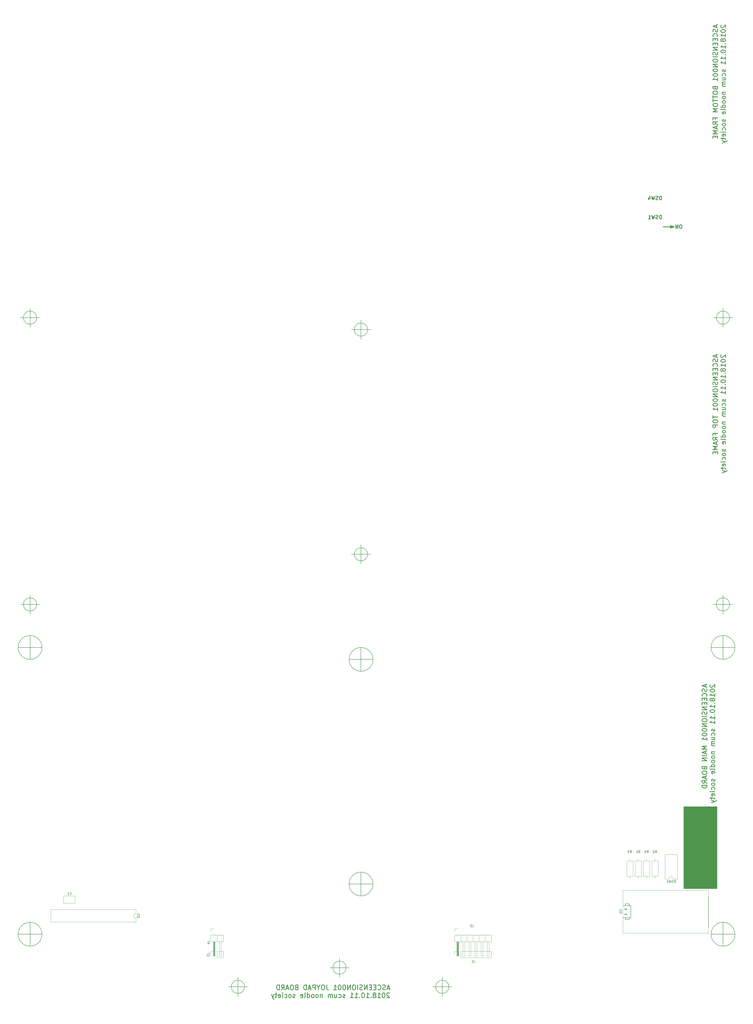
<source format=gbo>
G04 #@! TF.GenerationSoftware,KiCad,Pcbnew,(5.0.0-3-g5ebb6b6)*
G04 #@! TF.CreationDate,2018-10-11T23:35:50+09:00*
G04 #@! TF.ProjectId,asceension,61736365656E73696F6E2E6B69636164,1*
G04 #@! TF.SameCoordinates,PXfde07cc8PYa7cf40c*
G04 #@! TF.FileFunction,Legend,Bot*
G04 #@! TF.FilePolarity,Positive*
%FSLAX46Y46*%
G04 Gerber Fmt 4.6, Leading zero omitted, Abs format (unit mm)*
G04 Created by KiCad (PCBNEW (5.0.0-3-g5ebb6b6)) date Thursday, October 11, 2018 at 11:35:50 PM*
%MOMM*%
%LPD*%
G01*
G04 APERTURE LIST*
%ADD10C,0.300000*%
%ADD11C,0.150000*%
%ADD12C,0.120000*%
%ADD13C,0.254000*%
G04 APERTURE END LIST*
D10*
X281500000Y332500000D02*
X281500000Y331500000D01*
X281500000Y331500000D02*
X283000000Y332000000D01*
X283000000Y332000000D02*
X281500000Y332500000D01*
X278500000Y332000000D02*
X283000000Y332000000D01*
X285928571Y332821428D02*
X285642857Y332821428D01*
X285500000Y332750000D01*
X285357142Y332607142D01*
X285285714Y332321428D01*
X285285714Y331821428D01*
X285357142Y331535714D01*
X285500000Y331392857D01*
X285642857Y331321428D01*
X285928571Y331321428D01*
X286071428Y331392857D01*
X286214285Y331535714D01*
X286285714Y331821428D01*
X286285714Y332321428D01*
X286214285Y332607142D01*
X286071428Y332750000D01*
X285928571Y332821428D01*
X284642857Y331321428D02*
X284642857Y332821428D01*
X283785714Y331321428D01*
X283785714Y332821428D01*
X277678571Y343321428D02*
X277678571Y344821428D01*
X277321428Y344821428D01*
X277107142Y344750000D01*
X276964285Y344607142D01*
X276892857Y344464285D01*
X276821428Y344178571D01*
X276821428Y343964285D01*
X276892857Y343678571D01*
X276964285Y343535714D01*
X277107142Y343392857D01*
X277321428Y343321428D01*
X277678571Y343321428D01*
X276250000Y343392857D02*
X276035714Y343321428D01*
X275678571Y343321428D01*
X275535714Y343392857D01*
X275464285Y343464285D01*
X275392857Y343607142D01*
X275392857Y343750000D01*
X275464285Y343892857D01*
X275535714Y343964285D01*
X275678571Y344035714D01*
X275964285Y344107142D01*
X276107142Y344178571D01*
X276178571Y344250000D01*
X276250000Y344392857D01*
X276250000Y344535714D01*
X276178571Y344678571D01*
X276107142Y344750000D01*
X275964285Y344821428D01*
X275607142Y344821428D01*
X275392857Y344750000D01*
X274892857Y344821428D02*
X274535714Y343321428D01*
X274250000Y344392857D01*
X273964285Y343321428D01*
X273607142Y344821428D01*
X272392857Y344321428D02*
X272392857Y343321428D01*
X272750000Y344892857D02*
X273107142Y343821428D01*
X272178571Y343821428D01*
X277678571Y335321428D02*
X277678571Y336821428D01*
X277321428Y336821428D01*
X277107142Y336750000D01*
X276964285Y336607142D01*
X276892857Y336464285D01*
X276821428Y336178571D01*
X276821428Y335964285D01*
X276892857Y335678571D01*
X276964285Y335535714D01*
X277107142Y335392857D01*
X277321428Y335321428D01*
X277678571Y335321428D01*
X276250000Y335392857D02*
X276035714Y335321428D01*
X275678571Y335321428D01*
X275535714Y335392857D01*
X275464285Y335464285D01*
X275392857Y335607142D01*
X275392857Y335750000D01*
X275464285Y335892857D01*
X275535714Y335964285D01*
X275678571Y336035714D01*
X275964285Y336107142D01*
X276107142Y336178571D01*
X276178571Y336250000D01*
X276250000Y336392857D01*
X276250000Y336535714D01*
X276178571Y336678571D01*
X276107142Y336750000D01*
X275964285Y336821428D01*
X275607142Y336821428D01*
X275392857Y336750000D01*
X274892857Y336821428D02*
X274535714Y335321428D01*
X274250000Y336392857D01*
X273964285Y335321428D01*
X273607142Y336821428D01*
X272250000Y335321428D02*
X273107142Y335321428D01*
X272678571Y335321428D02*
X272678571Y336821428D01*
X272821428Y336607142D01*
X272964285Y336464285D01*
X273107142Y336392857D01*
X300683333Y278424047D02*
X300683333Y277471666D01*
X301254761Y278614523D02*
X299254761Y277947857D01*
X301254761Y277281190D01*
X301159523Y276709761D02*
X301254761Y276424047D01*
X301254761Y275947857D01*
X301159523Y275757380D01*
X301064285Y275662142D01*
X300873809Y275566904D01*
X300683333Y275566904D01*
X300492857Y275662142D01*
X300397619Y275757380D01*
X300302380Y275947857D01*
X300207142Y276328809D01*
X300111904Y276519285D01*
X300016666Y276614523D01*
X299826190Y276709761D01*
X299635714Y276709761D01*
X299445238Y276614523D01*
X299350000Y276519285D01*
X299254761Y276328809D01*
X299254761Y275852619D01*
X299350000Y275566904D01*
X301064285Y273566904D02*
X301159523Y273662142D01*
X301254761Y273947857D01*
X301254761Y274138333D01*
X301159523Y274424047D01*
X300969047Y274614523D01*
X300778571Y274709761D01*
X300397619Y274805000D01*
X300111904Y274805000D01*
X299730952Y274709761D01*
X299540476Y274614523D01*
X299350000Y274424047D01*
X299254761Y274138333D01*
X299254761Y273947857D01*
X299350000Y273662142D01*
X299445238Y273566904D01*
X300207142Y272709761D02*
X300207142Y272043095D01*
X301254761Y271757380D02*
X301254761Y272709761D01*
X299254761Y272709761D01*
X299254761Y271757380D01*
X300207142Y270900238D02*
X300207142Y270233571D01*
X301254761Y269947857D02*
X301254761Y270900238D01*
X299254761Y270900238D01*
X299254761Y269947857D01*
X301254761Y269090714D02*
X299254761Y269090714D01*
X301254761Y267947857D01*
X299254761Y267947857D01*
X301159523Y267090714D02*
X301254761Y266805000D01*
X301254761Y266328809D01*
X301159523Y266138333D01*
X301064285Y266043095D01*
X300873809Y265947857D01*
X300683333Y265947857D01*
X300492857Y266043095D01*
X300397619Y266138333D01*
X300302380Y266328809D01*
X300207142Y266709761D01*
X300111904Y266900238D01*
X300016666Y266995476D01*
X299826190Y267090714D01*
X299635714Y267090714D01*
X299445238Y266995476D01*
X299350000Y266900238D01*
X299254761Y266709761D01*
X299254761Y266233571D01*
X299350000Y265947857D01*
X301254761Y265090714D02*
X299254761Y265090714D01*
X299254761Y263757380D02*
X299254761Y263376428D01*
X299350000Y263185952D01*
X299540476Y262995476D01*
X299921428Y262900238D01*
X300588095Y262900238D01*
X300969047Y262995476D01*
X301159523Y263185952D01*
X301254761Y263376428D01*
X301254761Y263757380D01*
X301159523Y263947857D01*
X300969047Y264138333D01*
X300588095Y264233571D01*
X299921428Y264233571D01*
X299540476Y264138333D01*
X299350000Y263947857D01*
X299254761Y263757380D01*
X301254761Y262043095D02*
X299254761Y262043095D01*
X301254761Y260900238D01*
X299254761Y260900238D01*
X299254761Y259566904D02*
X299254761Y259376428D01*
X299350000Y259185952D01*
X299445238Y259090714D01*
X299635714Y258995476D01*
X300016666Y258900238D01*
X300492857Y258900238D01*
X300873809Y258995476D01*
X301064285Y259090714D01*
X301159523Y259185952D01*
X301254761Y259376428D01*
X301254761Y259566904D01*
X301159523Y259757380D01*
X301064285Y259852619D01*
X300873809Y259947857D01*
X300492857Y260043095D01*
X300016666Y260043095D01*
X299635714Y259947857D01*
X299445238Y259852619D01*
X299350000Y259757380D01*
X299254761Y259566904D01*
X299254761Y257662142D02*
X299254761Y257471666D01*
X299350000Y257281190D01*
X299445238Y257185952D01*
X299635714Y257090714D01*
X300016666Y256995476D01*
X300492857Y256995476D01*
X300873809Y257090714D01*
X301064285Y257185952D01*
X301159523Y257281190D01*
X301254761Y257471666D01*
X301254761Y257662142D01*
X301159523Y257852619D01*
X301064285Y257947857D01*
X300873809Y258043095D01*
X300492857Y258138333D01*
X300016666Y258138333D01*
X299635714Y258043095D01*
X299445238Y257947857D01*
X299350000Y257852619D01*
X299254761Y257662142D01*
X301254761Y255090714D02*
X301254761Y256233571D01*
X301254761Y255662142D02*
X299254761Y255662142D01*
X299540476Y255852619D01*
X299730952Y256043095D01*
X299826190Y256233571D01*
X299254761Y252995476D02*
X299254761Y251852619D01*
X301254761Y252424047D02*
X299254761Y252424047D01*
X299254761Y250805000D02*
X299254761Y250424047D01*
X299350000Y250233571D01*
X299540476Y250043095D01*
X299921428Y249947857D01*
X300588095Y249947857D01*
X300969047Y250043095D01*
X301159523Y250233571D01*
X301254761Y250424047D01*
X301254761Y250805000D01*
X301159523Y250995476D01*
X300969047Y251185952D01*
X300588095Y251281190D01*
X299921428Y251281190D01*
X299540476Y251185952D01*
X299350000Y250995476D01*
X299254761Y250805000D01*
X301254761Y249090714D02*
X299254761Y249090714D01*
X299254761Y248328809D01*
X299350000Y248138333D01*
X299445238Y248043095D01*
X299635714Y247947857D01*
X299921428Y247947857D01*
X300111904Y248043095D01*
X300207142Y248138333D01*
X300302380Y248328809D01*
X300302380Y249090714D01*
X300207142Y244900238D02*
X300207142Y245566904D01*
X301254761Y245566904D02*
X299254761Y245566904D01*
X299254761Y244614523D01*
X301254761Y242709761D02*
X300302380Y243376428D01*
X301254761Y243852619D02*
X299254761Y243852619D01*
X299254761Y243090714D01*
X299350000Y242900238D01*
X299445238Y242805000D01*
X299635714Y242709761D01*
X299921428Y242709761D01*
X300111904Y242805000D01*
X300207142Y242900238D01*
X300302380Y243090714D01*
X300302380Y243852619D01*
X300683333Y241947857D02*
X300683333Y240995476D01*
X301254761Y242138333D02*
X299254761Y241471666D01*
X301254761Y240805000D01*
X301254761Y240138333D02*
X299254761Y240138333D01*
X300683333Y239471666D01*
X299254761Y238805000D01*
X301254761Y238805000D01*
X300207142Y237852619D02*
X300207142Y237185952D01*
X301254761Y236900238D02*
X301254761Y237852619D01*
X299254761Y237852619D01*
X299254761Y236900238D01*
X302745238Y278424047D02*
X302650000Y278328809D01*
X302554761Y278138333D01*
X302554761Y277662142D01*
X302650000Y277471666D01*
X302745238Y277376428D01*
X302935714Y277281190D01*
X303126190Y277281190D01*
X303411904Y277376428D01*
X304554761Y278519285D01*
X304554761Y277281190D01*
X302554761Y276043095D02*
X302554761Y275852619D01*
X302650000Y275662142D01*
X302745238Y275566904D01*
X302935714Y275471666D01*
X303316666Y275376428D01*
X303792857Y275376428D01*
X304173809Y275471666D01*
X304364285Y275566904D01*
X304459523Y275662142D01*
X304554761Y275852619D01*
X304554761Y276043095D01*
X304459523Y276233571D01*
X304364285Y276328809D01*
X304173809Y276424047D01*
X303792857Y276519285D01*
X303316666Y276519285D01*
X302935714Y276424047D01*
X302745238Y276328809D01*
X302650000Y276233571D01*
X302554761Y276043095D01*
X304554761Y273471666D02*
X304554761Y274614523D01*
X304554761Y274043095D02*
X302554761Y274043095D01*
X302840476Y274233571D01*
X303030952Y274424047D01*
X303126190Y274614523D01*
X303411904Y272328809D02*
X303316666Y272519285D01*
X303221428Y272614523D01*
X303030952Y272709761D01*
X302935714Y272709761D01*
X302745238Y272614523D01*
X302650000Y272519285D01*
X302554761Y272328809D01*
X302554761Y271947857D01*
X302650000Y271757380D01*
X302745238Y271662142D01*
X302935714Y271566904D01*
X303030952Y271566904D01*
X303221428Y271662142D01*
X303316666Y271757380D01*
X303411904Y271947857D01*
X303411904Y272328809D01*
X303507142Y272519285D01*
X303602380Y272614523D01*
X303792857Y272709761D01*
X304173809Y272709761D01*
X304364285Y272614523D01*
X304459523Y272519285D01*
X304554761Y272328809D01*
X304554761Y271947857D01*
X304459523Y271757380D01*
X304364285Y271662142D01*
X304173809Y271566904D01*
X303792857Y271566904D01*
X303602380Y271662142D01*
X303507142Y271757380D01*
X303411904Y271947857D01*
X304364285Y270709761D02*
X304459523Y270614523D01*
X304554761Y270709761D01*
X304459523Y270805000D01*
X304364285Y270709761D01*
X304554761Y270709761D01*
X304554761Y268709761D02*
X304554761Y269852619D01*
X304554761Y269281190D02*
X302554761Y269281190D01*
X302840476Y269471666D01*
X303030952Y269662142D01*
X303126190Y269852619D01*
X302554761Y267471666D02*
X302554761Y267281190D01*
X302650000Y267090714D01*
X302745238Y266995476D01*
X302935714Y266900238D01*
X303316666Y266805000D01*
X303792857Y266805000D01*
X304173809Y266900238D01*
X304364285Y266995476D01*
X304459523Y267090714D01*
X304554761Y267281190D01*
X304554761Y267471666D01*
X304459523Y267662142D01*
X304364285Y267757380D01*
X304173809Y267852619D01*
X303792857Y267947857D01*
X303316666Y267947857D01*
X302935714Y267852619D01*
X302745238Y267757380D01*
X302650000Y267662142D01*
X302554761Y267471666D01*
X304364285Y265947857D02*
X304459523Y265852619D01*
X304554761Y265947857D01*
X304459523Y266043095D01*
X304364285Y265947857D01*
X304554761Y265947857D01*
X304554761Y263947857D02*
X304554761Y265090714D01*
X304554761Y264519285D02*
X302554761Y264519285D01*
X302840476Y264709761D01*
X303030952Y264900238D01*
X303126190Y265090714D01*
X304554761Y262043095D02*
X304554761Y263185952D01*
X304554761Y262614523D02*
X302554761Y262614523D01*
X302840476Y262805000D01*
X303030952Y262995476D01*
X303126190Y263185952D01*
X304459523Y259757380D02*
X304554761Y259566904D01*
X304554761Y259185952D01*
X304459523Y258995476D01*
X304269047Y258900238D01*
X304173809Y258900238D01*
X303983333Y258995476D01*
X303888095Y259185952D01*
X303888095Y259471666D01*
X303792857Y259662142D01*
X303602380Y259757380D01*
X303507142Y259757380D01*
X303316666Y259662142D01*
X303221428Y259471666D01*
X303221428Y259185952D01*
X303316666Y258995476D01*
X304459523Y257185952D02*
X304554761Y257376428D01*
X304554761Y257757380D01*
X304459523Y257947857D01*
X304364285Y258043095D01*
X304173809Y258138333D01*
X303602380Y258138333D01*
X303411904Y258043095D01*
X303316666Y257947857D01*
X303221428Y257757380D01*
X303221428Y257376428D01*
X303316666Y257185952D01*
X303221428Y255471666D02*
X304554761Y255471666D01*
X303221428Y256328809D02*
X304269047Y256328809D01*
X304459523Y256233571D01*
X304554761Y256043095D01*
X304554761Y255757380D01*
X304459523Y255566904D01*
X304364285Y255471666D01*
X304554761Y254519285D02*
X303221428Y254519285D01*
X303411904Y254519285D02*
X303316666Y254424047D01*
X303221428Y254233571D01*
X303221428Y253947857D01*
X303316666Y253757380D01*
X303507142Y253662142D01*
X304554761Y253662142D01*
X303507142Y253662142D02*
X303316666Y253566904D01*
X303221428Y253376428D01*
X303221428Y253090714D01*
X303316666Y252900238D01*
X303507142Y252805000D01*
X304554761Y252805000D01*
X303221428Y250328809D02*
X304554761Y250328809D01*
X303411904Y250328809D02*
X303316666Y250233571D01*
X303221428Y250043095D01*
X303221428Y249757380D01*
X303316666Y249566904D01*
X303507142Y249471666D01*
X304554761Y249471666D01*
X304554761Y248233571D02*
X304459523Y248424047D01*
X304364285Y248519285D01*
X304173809Y248614523D01*
X303602380Y248614523D01*
X303411904Y248519285D01*
X303316666Y248424047D01*
X303221428Y248233571D01*
X303221428Y247947857D01*
X303316666Y247757380D01*
X303411904Y247662142D01*
X303602380Y247566904D01*
X304173809Y247566904D01*
X304364285Y247662142D01*
X304459523Y247757380D01*
X304554761Y247947857D01*
X304554761Y248233571D01*
X304554761Y246424047D02*
X304459523Y246614523D01*
X304364285Y246709761D01*
X304173809Y246805000D01*
X303602380Y246805000D01*
X303411904Y246709761D01*
X303316666Y246614523D01*
X303221428Y246424047D01*
X303221428Y246138333D01*
X303316666Y245947857D01*
X303411904Y245852619D01*
X303602380Y245757380D01*
X304173809Y245757380D01*
X304364285Y245852619D01*
X304459523Y245947857D01*
X304554761Y246138333D01*
X304554761Y246424047D01*
X304554761Y244043095D02*
X302554761Y244043095D01*
X304459523Y244043095D02*
X304554761Y244233571D01*
X304554761Y244614523D01*
X304459523Y244805000D01*
X304364285Y244900238D01*
X304173809Y244995476D01*
X303602380Y244995476D01*
X303411904Y244900238D01*
X303316666Y244805000D01*
X303221428Y244614523D01*
X303221428Y244233571D01*
X303316666Y244043095D01*
X304554761Y242805000D02*
X304459523Y242995476D01*
X304269047Y243090714D01*
X302554761Y243090714D01*
X304459523Y241281190D02*
X304554761Y241471666D01*
X304554761Y241852619D01*
X304459523Y242043095D01*
X304269047Y242138333D01*
X303507142Y242138333D01*
X303316666Y242043095D01*
X303221428Y241852619D01*
X303221428Y241471666D01*
X303316666Y241281190D01*
X303507142Y241185952D01*
X303697619Y241185952D01*
X303888095Y242138333D01*
X304459523Y238900238D02*
X304554761Y238709761D01*
X304554761Y238328809D01*
X304459523Y238138333D01*
X304269047Y238043095D01*
X304173809Y238043095D01*
X303983333Y238138333D01*
X303888095Y238328809D01*
X303888095Y238614523D01*
X303792857Y238805000D01*
X303602380Y238900238D01*
X303507142Y238900238D01*
X303316666Y238805000D01*
X303221428Y238614523D01*
X303221428Y238328809D01*
X303316666Y238138333D01*
X304554761Y236900238D02*
X304459523Y237090714D01*
X304364285Y237185952D01*
X304173809Y237281190D01*
X303602380Y237281190D01*
X303411904Y237185952D01*
X303316666Y237090714D01*
X303221428Y236900238D01*
X303221428Y236614523D01*
X303316666Y236424047D01*
X303411904Y236328809D01*
X303602380Y236233571D01*
X304173809Y236233571D01*
X304364285Y236328809D01*
X304459523Y236424047D01*
X304554761Y236614523D01*
X304554761Y236900238D01*
X304459523Y234519285D02*
X304554761Y234709761D01*
X304554761Y235090714D01*
X304459523Y235281190D01*
X304364285Y235376428D01*
X304173809Y235471666D01*
X303602380Y235471666D01*
X303411904Y235376428D01*
X303316666Y235281190D01*
X303221428Y235090714D01*
X303221428Y234709761D01*
X303316666Y234519285D01*
X304554761Y233662142D02*
X303221428Y233662142D01*
X302554761Y233662142D02*
X302650000Y233757380D01*
X302745238Y233662142D01*
X302650000Y233566904D01*
X302554761Y233662142D01*
X302745238Y233662142D01*
X304459523Y231947857D02*
X304554761Y232138333D01*
X304554761Y232519285D01*
X304459523Y232709761D01*
X304269047Y232805000D01*
X303507142Y232805000D01*
X303316666Y232709761D01*
X303221428Y232519285D01*
X303221428Y232138333D01*
X303316666Y231947857D01*
X303507142Y231852619D01*
X303697619Y231852619D01*
X303888095Y232805000D01*
X303221428Y231281190D02*
X303221428Y230519285D01*
X302554761Y230995476D02*
X304269047Y230995476D01*
X304459523Y230900238D01*
X304554761Y230709761D01*
X304554761Y230519285D01*
X303221428Y230043095D02*
X304554761Y229566904D01*
X303221428Y229090714D02*
X304554761Y229566904D01*
X305030952Y229757380D01*
X305126190Y229852619D01*
X305221428Y230043095D01*
X163924047Y13316667D02*
X162971666Y13316667D01*
X164114523Y12745239D02*
X163447857Y14745239D01*
X162781190Y12745239D01*
X162209761Y12840477D02*
X161924047Y12745239D01*
X161447857Y12745239D01*
X161257380Y12840477D01*
X161162142Y12935715D01*
X161066904Y13126191D01*
X161066904Y13316667D01*
X161162142Y13507143D01*
X161257380Y13602381D01*
X161447857Y13697620D01*
X161828809Y13792858D01*
X162019285Y13888096D01*
X162114523Y13983334D01*
X162209761Y14173810D01*
X162209761Y14364286D01*
X162114523Y14554762D01*
X162019285Y14650000D01*
X161828809Y14745239D01*
X161352619Y14745239D01*
X161066904Y14650000D01*
X159066904Y12935715D02*
X159162142Y12840477D01*
X159447857Y12745239D01*
X159638333Y12745239D01*
X159924047Y12840477D01*
X160114523Y13030953D01*
X160209761Y13221429D01*
X160305000Y13602381D01*
X160305000Y13888096D01*
X160209761Y14269048D01*
X160114523Y14459524D01*
X159924047Y14650000D01*
X159638333Y14745239D01*
X159447857Y14745239D01*
X159162142Y14650000D01*
X159066904Y14554762D01*
X158209761Y13792858D02*
X157543095Y13792858D01*
X157257380Y12745239D02*
X158209761Y12745239D01*
X158209761Y14745239D01*
X157257380Y14745239D01*
X156400238Y13792858D02*
X155733571Y13792858D01*
X155447857Y12745239D02*
X156400238Y12745239D01*
X156400238Y14745239D01*
X155447857Y14745239D01*
X154590714Y12745239D02*
X154590714Y14745239D01*
X153447857Y12745239D01*
X153447857Y14745239D01*
X152590714Y12840477D02*
X152305000Y12745239D01*
X151828809Y12745239D01*
X151638333Y12840477D01*
X151543095Y12935715D01*
X151447857Y13126191D01*
X151447857Y13316667D01*
X151543095Y13507143D01*
X151638333Y13602381D01*
X151828809Y13697620D01*
X152209761Y13792858D01*
X152400238Y13888096D01*
X152495476Y13983334D01*
X152590714Y14173810D01*
X152590714Y14364286D01*
X152495476Y14554762D01*
X152400238Y14650000D01*
X152209761Y14745239D01*
X151733571Y14745239D01*
X151447857Y14650000D01*
X150590714Y12745239D02*
X150590714Y14745239D01*
X149257380Y14745239D02*
X148876428Y14745239D01*
X148685952Y14650000D01*
X148495476Y14459524D01*
X148400238Y14078572D01*
X148400238Y13411905D01*
X148495476Y13030953D01*
X148685952Y12840477D01*
X148876428Y12745239D01*
X149257380Y12745239D01*
X149447857Y12840477D01*
X149638333Y13030953D01*
X149733571Y13411905D01*
X149733571Y14078572D01*
X149638333Y14459524D01*
X149447857Y14650000D01*
X149257380Y14745239D01*
X147543095Y12745239D02*
X147543095Y14745239D01*
X146400238Y12745239D01*
X146400238Y14745239D01*
X145066904Y14745239D02*
X144876428Y14745239D01*
X144685952Y14650000D01*
X144590714Y14554762D01*
X144495476Y14364286D01*
X144400238Y13983334D01*
X144400238Y13507143D01*
X144495476Y13126191D01*
X144590714Y12935715D01*
X144685952Y12840477D01*
X144876428Y12745239D01*
X145066904Y12745239D01*
X145257380Y12840477D01*
X145352619Y12935715D01*
X145447857Y13126191D01*
X145543095Y13507143D01*
X145543095Y13983334D01*
X145447857Y14364286D01*
X145352619Y14554762D01*
X145257380Y14650000D01*
X145066904Y14745239D01*
X143162142Y14745239D02*
X142971666Y14745239D01*
X142781190Y14650000D01*
X142685952Y14554762D01*
X142590714Y14364286D01*
X142495476Y13983334D01*
X142495476Y13507143D01*
X142590714Y13126191D01*
X142685952Y12935715D01*
X142781190Y12840477D01*
X142971666Y12745239D01*
X143162142Y12745239D01*
X143352619Y12840477D01*
X143447857Y12935715D01*
X143543095Y13126191D01*
X143638333Y13507143D01*
X143638333Y13983334D01*
X143543095Y14364286D01*
X143447857Y14554762D01*
X143352619Y14650000D01*
X143162142Y14745239D01*
X140590714Y12745239D02*
X141733571Y12745239D01*
X141162142Y12745239D02*
X141162142Y14745239D01*
X141352619Y14459524D01*
X141543095Y14269048D01*
X141733571Y14173810D01*
X137638333Y14745239D02*
X137638333Y13316667D01*
X137733571Y13030953D01*
X137924047Y12840477D01*
X138209761Y12745239D01*
X138400238Y12745239D01*
X136305000Y14745239D02*
X135924047Y14745239D01*
X135733571Y14650000D01*
X135543095Y14459524D01*
X135447857Y14078572D01*
X135447857Y13411905D01*
X135543095Y13030953D01*
X135733571Y12840477D01*
X135924047Y12745239D01*
X136305000Y12745239D01*
X136495476Y12840477D01*
X136685952Y13030953D01*
X136781190Y13411905D01*
X136781190Y14078572D01*
X136685952Y14459524D01*
X136495476Y14650000D01*
X136305000Y14745239D01*
X134209761Y13697620D02*
X134209761Y12745239D01*
X134876428Y14745239D02*
X134209761Y13697620D01*
X133543095Y14745239D01*
X132876428Y12745239D02*
X132876428Y14745239D01*
X132114523Y14745239D01*
X131924047Y14650000D01*
X131828809Y14554762D01*
X131733571Y14364286D01*
X131733571Y14078572D01*
X131828809Y13888096D01*
X131924047Y13792858D01*
X132114523Y13697620D01*
X132876428Y13697620D01*
X130971666Y13316667D02*
X130019285Y13316667D01*
X131162142Y12745239D02*
X130495476Y14745239D01*
X129828809Y12745239D01*
X129162142Y12745239D02*
X129162142Y14745239D01*
X128685952Y14745239D01*
X128400238Y14650000D01*
X128209761Y14459524D01*
X128114523Y14269048D01*
X128019285Y13888096D01*
X128019285Y13602381D01*
X128114523Y13221429D01*
X128209761Y13030953D01*
X128400238Y12840477D01*
X128685952Y12745239D01*
X129162142Y12745239D01*
X124971666Y13792858D02*
X124685952Y13697620D01*
X124590714Y13602381D01*
X124495476Y13411905D01*
X124495476Y13126191D01*
X124590714Y12935715D01*
X124685952Y12840477D01*
X124876428Y12745239D01*
X125638333Y12745239D01*
X125638333Y14745239D01*
X124971666Y14745239D01*
X124781190Y14650000D01*
X124685952Y14554762D01*
X124590714Y14364286D01*
X124590714Y14173810D01*
X124685952Y13983334D01*
X124781190Y13888096D01*
X124971666Y13792858D01*
X125638333Y13792858D01*
X123257380Y14745239D02*
X122876428Y14745239D01*
X122685952Y14650000D01*
X122495476Y14459524D01*
X122400238Y14078572D01*
X122400238Y13411905D01*
X122495476Y13030953D01*
X122685952Y12840477D01*
X122876428Y12745239D01*
X123257380Y12745239D01*
X123447857Y12840477D01*
X123638333Y13030953D01*
X123733571Y13411905D01*
X123733571Y14078572D01*
X123638333Y14459524D01*
X123447857Y14650000D01*
X123257380Y14745239D01*
X121638333Y13316667D02*
X120685952Y13316667D01*
X121828809Y12745239D02*
X121162142Y14745239D01*
X120495476Y12745239D01*
X118685952Y12745239D02*
X119352619Y13697620D01*
X119828809Y12745239D02*
X119828809Y14745239D01*
X119066904Y14745239D01*
X118876428Y14650000D01*
X118781190Y14554762D01*
X118685952Y14364286D01*
X118685952Y14078572D01*
X118781190Y13888096D01*
X118876428Y13792858D01*
X119066904Y13697620D01*
X119828809Y13697620D01*
X117828809Y12745239D02*
X117828809Y14745239D01*
X117352619Y14745239D01*
X117066904Y14650000D01*
X116876428Y14459524D01*
X116781190Y14269048D01*
X116685952Y13888096D01*
X116685952Y13602381D01*
X116781190Y13221429D01*
X116876428Y13030953D01*
X117066904Y12840477D01*
X117352619Y12745239D01*
X117828809Y12745239D01*
X163924047Y11254762D02*
X163828809Y11350000D01*
X163638333Y11445239D01*
X163162142Y11445239D01*
X162971666Y11350000D01*
X162876428Y11254762D01*
X162781190Y11064286D01*
X162781190Y10873810D01*
X162876428Y10588096D01*
X164019285Y9445239D01*
X162781190Y9445239D01*
X161543095Y11445239D02*
X161352619Y11445239D01*
X161162142Y11350000D01*
X161066904Y11254762D01*
X160971666Y11064286D01*
X160876428Y10683334D01*
X160876428Y10207143D01*
X160971666Y9826191D01*
X161066904Y9635715D01*
X161162142Y9540477D01*
X161352619Y9445239D01*
X161543095Y9445239D01*
X161733571Y9540477D01*
X161828809Y9635715D01*
X161924047Y9826191D01*
X162019285Y10207143D01*
X162019285Y10683334D01*
X161924047Y11064286D01*
X161828809Y11254762D01*
X161733571Y11350000D01*
X161543095Y11445239D01*
X158971666Y9445239D02*
X160114523Y9445239D01*
X159543095Y9445239D02*
X159543095Y11445239D01*
X159733571Y11159524D01*
X159924047Y10969048D01*
X160114523Y10873810D01*
X157828809Y10588096D02*
X158019285Y10683334D01*
X158114523Y10778572D01*
X158209761Y10969048D01*
X158209761Y11064286D01*
X158114523Y11254762D01*
X158019285Y11350000D01*
X157828809Y11445239D01*
X157447857Y11445239D01*
X157257380Y11350000D01*
X157162142Y11254762D01*
X157066904Y11064286D01*
X157066904Y10969048D01*
X157162142Y10778572D01*
X157257380Y10683334D01*
X157447857Y10588096D01*
X157828809Y10588096D01*
X158019285Y10492858D01*
X158114523Y10397620D01*
X158209761Y10207143D01*
X158209761Y9826191D01*
X158114523Y9635715D01*
X158019285Y9540477D01*
X157828809Y9445239D01*
X157447857Y9445239D01*
X157257380Y9540477D01*
X157162142Y9635715D01*
X157066904Y9826191D01*
X157066904Y10207143D01*
X157162142Y10397620D01*
X157257380Y10492858D01*
X157447857Y10588096D01*
X156209761Y9635715D02*
X156114523Y9540477D01*
X156209761Y9445239D01*
X156305000Y9540477D01*
X156209761Y9635715D01*
X156209761Y9445239D01*
X154209761Y9445239D02*
X155352619Y9445239D01*
X154781190Y9445239D02*
X154781190Y11445239D01*
X154971666Y11159524D01*
X155162142Y10969048D01*
X155352619Y10873810D01*
X152971666Y11445239D02*
X152781190Y11445239D01*
X152590714Y11350000D01*
X152495476Y11254762D01*
X152400238Y11064286D01*
X152305000Y10683334D01*
X152305000Y10207143D01*
X152400238Y9826191D01*
X152495476Y9635715D01*
X152590714Y9540477D01*
X152781190Y9445239D01*
X152971666Y9445239D01*
X153162142Y9540477D01*
X153257380Y9635715D01*
X153352619Y9826191D01*
X153447857Y10207143D01*
X153447857Y10683334D01*
X153352619Y11064286D01*
X153257380Y11254762D01*
X153162142Y11350000D01*
X152971666Y11445239D01*
X151447857Y9635715D02*
X151352619Y9540477D01*
X151447857Y9445239D01*
X151543095Y9540477D01*
X151447857Y9635715D01*
X151447857Y9445239D01*
X149447857Y9445239D02*
X150590714Y9445239D01*
X150019285Y9445239D02*
X150019285Y11445239D01*
X150209761Y11159524D01*
X150400238Y10969048D01*
X150590714Y10873810D01*
X147543095Y9445239D02*
X148685952Y9445239D01*
X148114523Y9445239D02*
X148114523Y11445239D01*
X148305000Y11159524D01*
X148495476Y10969048D01*
X148685952Y10873810D01*
X145257380Y9540477D02*
X145066904Y9445239D01*
X144685952Y9445239D01*
X144495476Y9540477D01*
X144400238Y9730953D01*
X144400238Y9826191D01*
X144495476Y10016667D01*
X144685952Y10111905D01*
X144971666Y10111905D01*
X145162142Y10207143D01*
X145257380Y10397620D01*
X145257380Y10492858D01*
X145162142Y10683334D01*
X144971666Y10778572D01*
X144685952Y10778572D01*
X144495476Y10683334D01*
X142685952Y9540477D02*
X142876428Y9445239D01*
X143257380Y9445239D01*
X143447857Y9540477D01*
X143543095Y9635715D01*
X143638333Y9826191D01*
X143638333Y10397620D01*
X143543095Y10588096D01*
X143447857Y10683334D01*
X143257380Y10778572D01*
X142876428Y10778572D01*
X142685952Y10683334D01*
X140971666Y10778572D02*
X140971666Y9445239D01*
X141828809Y10778572D02*
X141828809Y9730953D01*
X141733571Y9540477D01*
X141543095Y9445239D01*
X141257380Y9445239D01*
X141066904Y9540477D01*
X140971666Y9635715D01*
X140019285Y9445239D02*
X140019285Y10778572D01*
X140019285Y10588096D02*
X139924047Y10683334D01*
X139733571Y10778572D01*
X139447857Y10778572D01*
X139257380Y10683334D01*
X139162142Y10492858D01*
X139162142Y9445239D01*
X139162142Y10492858D02*
X139066904Y10683334D01*
X138876428Y10778572D01*
X138590714Y10778572D01*
X138400238Y10683334D01*
X138305000Y10492858D01*
X138305000Y9445239D01*
X135828809Y10778572D02*
X135828809Y9445239D01*
X135828809Y10588096D02*
X135733571Y10683334D01*
X135543095Y10778572D01*
X135257380Y10778572D01*
X135066904Y10683334D01*
X134971666Y10492858D01*
X134971666Y9445239D01*
X133733571Y9445239D02*
X133924047Y9540477D01*
X134019285Y9635715D01*
X134114523Y9826191D01*
X134114523Y10397620D01*
X134019285Y10588096D01*
X133924047Y10683334D01*
X133733571Y10778572D01*
X133447857Y10778572D01*
X133257380Y10683334D01*
X133162142Y10588096D01*
X133066904Y10397620D01*
X133066904Y9826191D01*
X133162142Y9635715D01*
X133257380Y9540477D01*
X133447857Y9445239D01*
X133733571Y9445239D01*
X131924047Y9445239D02*
X132114523Y9540477D01*
X132209761Y9635715D01*
X132305000Y9826191D01*
X132305000Y10397620D01*
X132209761Y10588096D01*
X132114523Y10683334D01*
X131924047Y10778572D01*
X131638333Y10778572D01*
X131447857Y10683334D01*
X131352619Y10588096D01*
X131257380Y10397620D01*
X131257380Y9826191D01*
X131352619Y9635715D01*
X131447857Y9540477D01*
X131638333Y9445239D01*
X131924047Y9445239D01*
X129543095Y9445239D02*
X129543095Y11445239D01*
X129543095Y9540477D02*
X129733571Y9445239D01*
X130114523Y9445239D01*
X130305000Y9540477D01*
X130400238Y9635715D01*
X130495476Y9826191D01*
X130495476Y10397620D01*
X130400238Y10588096D01*
X130305000Y10683334D01*
X130114523Y10778572D01*
X129733571Y10778572D01*
X129543095Y10683334D01*
X128305000Y9445239D02*
X128495476Y9540477D01*
X128590714Y9730953D01*
X128590714Y11445239D01*
X126781190Y9540477D02*
X126971666Y9445239D01*
X127352619Y9445239D01*
X127543095Y9540477D01*
X127638333Y9730953D01*
X127638333Y10492858D01*
X127543095Y10683334D01*
X127352619Y10778572D01*
X126971666Y10778572D01*
X126781190Y10683334D01*
X126685952Y10492858D01*
X126685952Y10302381D01*
X127638333Y10111905D01*
X124400238Y9540477D02*
X124209761Y9445239D01*
X123828809Y9445239D01*
X123638333Y9540477D01*
X123543095Y9730953D01*
X123543095Y9826191D01*
X123638333Y10016667D01*
X123828809Y10111905D01*
X124114523Y10111905D01*
X124305000Y10207143D01*
X124400238Y10397620D01*
X124400238Y10492858D01*
X124305000Y10683334D01*
X124114523Y10778572D01*
X123828809Y10778572D01*
X123638333Y10683334D01*
X122400238Y9445239D02*
X122590714Y9540477D01*
X122685952Y9635715D01*
X122781190Y9826191D01*
X122781190Y10397620D01*
X122685952Y10588096D01*
X122590714Y10683334D01*
X122400238Y10778572D01*
X122114523Y10778572D01*
X121924047Y10683334D01*
X121828809Y10588096D01*
X121733571Y10397620D01*
X121733571Y9826191D01*
X121828809Y9635715D01*
X121924047Y9540477D01*
X122114523Y9445239D01*
X122400238Y9445239D01*
X120019285Y9540477D02*
X120209761Y9445239D01*
X120590714Y9445239D01*
X120781190Y9540477D01*
X120876428Y9635715D01*
X120971666Y9826191D01*
X120971666Y10397620D01*
X120876428Y10588096D01*
X120781190Y10683334D01*
X120590714Y10778572D01*
X120209761Y10778572D01*
X120019285Y10683334D01*
X119162142Y9445239D02*
X119162142Y10778572D01*
X119162142Y11445239D02*
X119257380Y11350000D01*
X119162142Y11254762D01*
X119066904Y11350000D01*
X119162142Y11445239D01*
X119162142Y11254762D01*
X117447857Y9540477D02*
X117638333Y9445239D01*
X118019285Y9445239D01*
X118209761Y9540477D01*
X118305000Y9730953D01*
X118305000Y10492858D01*
X118209761Y10683334D01*
X118019285Y10778572D01*
X117638333Y10778572D01*
X117447857Y10683334D01*
X117352619Y10492858D01*
X117352619Y10302381D01*
X118305000Y10111905D01*
X116781190Y10778572D02*
X116019285Y10778572D01*
X116495476Y11445239D02*
X116495476Y9730953D01*
X116400238Y9540477D01*
X116209761Y9445239D01*
X116019285Y9445239D01*
X115543095Y10778572D02*
X115066904Y9445239D01*
X114590714Y10778572D02*
X115066904Y9445239D01*
X115257380Y8969048D01*
X115352619Y8873810D01*
X115543095Y8778572D01*
X300683333Y416424047D02*
X300683333Y415471666D01*
X301254761Y416614523D02*
X299254761Y415947857D01*
X301254761Y415281190D01*
X301159523Y414709761D02*
X301254761Y414424047D01*
X301254761Y413947857D01*
X301159523Y413757380D01*
X301064285Y413662142D01*
X300873809Y413566904D01*
X300683333Y413566904D01*
X300492857Y413662142D01*
X300397619Y413757380D01*
X300302380Y413947857D01*
X300207142Y414328809D01*
X300111904Y414519285D01*
X300016666Y414614523D01*
X299826190Y414709761D01*
X299635714Y414709761D01*
X299445238Y414614523D01*
X299350000Y414519285D01*
X299254761Y414328809D01*
X299254761Y413852619D01*
X299350000Y413566904D01*
X301064285Y411566904D02*
X301159523Y411662142D01*
X301254761Y411947857D01*
X301254761Y412138333D01*
X301159523Y412424047D01*
X300969047Y412614523D01*
X300778571Y412709761D01*
X300397619Y412805000D01*
X300111904Y412805000D01*
X299730952Y412709761D01*
X299540476Y412614523D01*
X299350000Y412424047D01*
X299254761Y412138333D01*
X299254761Y411947857D01*
X299350000Y411662142D01*
X299445238Y411566904D01*
X300207142Y410709761D02*
X300207142Y410043095D01*
X301254761Y409757380D02*
X301254761Y410709761D01*
X299254761Y410709761D01*
X299254761Y409757380D01*
X300207142Y408900238D02*
X300207142Y408233571D01*
X301254761Y407947857D02*
X301254761Y408900238D01*
X299254761Y408900238D01*
X299254761Y407947857D01*
X301254761Y407090714D02*
X299254761Y407090714D01*
X301254761Y405947857D01*
X299254761Y405947857D01*
X301159523Y405090714D02*
X301254761Y404805000D01*
X301254761Y404328809D01*
X301159523Y404138333D01*
X301064285Y404043095D01*
X300873809Y403947857D01*
X300683333Y403947857D01*
X300492857Y404043095D01*
X300397619Y404138333D01*
X300302380Y404328809D01*
X300207142Y404709761D01*
X300111904Y404900238D01*
X300016666Y404995476D01*
X299826190Y405090714D01*
X299635714Y405090714D01*
X299445238Y404995476D01*
X299350000Y404900238D01*
X299254761Y404709761D01*
X299254761Y404233571D01*
X299350000Y403947857D01*
X301254761Y403090714D02*
X299254761Y403090714D01*
X299254761Y401757380D02*
X299254761Y401376428D01*
X299350000Y401185952D01*
X299540476Y400995476D01*
X299921428Y400900238D01*
X300588095Y400900238D01*
X300969047Y400995476D01*
X301159523Y401185952D01*
X301254761Y401376428D01*
X301254761Y401757380D01*
X301159523Y401947857D01*
X300969047Y402138333D01*
X300588095Y402233571D01*
X299921428Y402233571D01*
X299540476Y402138333D01*
X299350000Y401947857D01*
X299254761Y401757380D01*
X301254761Y400043095D02*
X299254761Y400043095D01*
X301254761Y398900238D01*
X299254761Y398900238D01*
X299254761Y397566904D02*
X299254761Y397376428D01*
X299350000Y397185952D01*
X299445238Y397090714D01*
X299635714Y396995476D01*
X300016666Y396900238D01*
X300492857Y396900238D01*
X300873809Y396995476D01*
X301064285Y397090714D01*
X301159523Y397185952D01*
X301254761Y397376428D01*
X301254761Y397566904D01*
X301159523Y397757380D01*
X301064285Y397852619D01*
X300873809Y397947857D01*
X300492857Y398043095D01*
X300016666Y398043095D01*
X299635714Y397947857D01*
X299445238Y397852619D01*
X299350000Y397757380D01*
X299254761Y397566904D01*
X299254761Y395662142D02*
X299254761Y395471666D01*
X299350000Y395281190D01*
X299445238Y395185952D01*
X299635714Y395090714D01*
X300016666Y394995476D01*
X300492857Y394995476D01*
X300873809Y395090714D01*
X301064285Y395185952D01*
X301159523Y395281190D01*
X301254761Y395471666D01*
X301254761Y395662142D01*
X301159523Y395852619D01*
X301064285Y395947857D01*
X300873809Y396043095D01*
X300492857Y396138333D01*
X300016666Y396138333D01*
X299635714Y396043095D01*
X299445238Y395947857D01*
X299350000Y395852619D01*
X299254761Y395662142D01*
X301254761Y393090714D02*
X301254761Y394233571D01*
X301254761Y393662142D02*
X299254761Y393662142D01*
X299540476Y393852619D01*
X299730952Y394043095D01*
X299826190Y394233571D01*
X300207142Y390043095D02*
X300302380Y389757380D01*
X300397619Y389662142D01*
X300588095Y389566904D01*
X300873809Y389566904D01*
X301064285Y389662142D01*
X301159523Y389757380D01*
X301254761Y389947857D01*
X301254761Y390709761D01*
X299254761Y390709761D01*
X299254761Y390043095D01*
X299350000Y389852619D01*
X299445238Y389757380D01*
X299635714Y389662142D01*
X299826190Y389662142D01*
X300016666Y389757380D01*
X300111904Y389852619D01*
X300207142Y390043095D01*
X300207142Y390709761D01*
X299254761Y388328809D02*
X299254761Y387947857D01*
X299350000Y387757380D01*
X299540476Y387566904D01*
X299921428Y387471666D01*
X300588095Y387471666D01*
X300969047Y387566904D01*
X301159523Y387757380D01*
X301254761Y387947857D01*
X301254761Y388328809D01*
X301159523Y388519285D01*
X300969047Y388709761D01*
X300588095Y388805000D01*
X299921428Y388805000D01*
X299540476Y388709761D01*
X299350000Y388519285D01*
X299254761Y388328809D01*
X299254761Y386900238D02*
X299254761Y385757380D01*
X301254761Y386328809D02*
X299254761Y386328809D01*
X299254761Y385376428D02*
X299254761Y384233571D01*
X301254761Y384805000D02*
X299254761Y384805000D01*
X299254761Y383185952D02*
X299254761Y382805000D01*
X299350000Y382614523D01*
X299540476Y382424047D01*
X299921428Y382328809D01*
X300588095Y382328809D01*
X300969047Y382424047D01*
X301159523Y382614523D01*
X301254761Y382805000D01*
X301254761Y383185952D01*
X301159523Y383376428D01*
X300969047Y383566904D01*
X300588095Y383662142D01*
X299921428Y383662142D01*
X299540476Y383566904D01*
X299350000Y383376428D01*
X299254761Y383185952D01*
X301254761Y381471666D02*
X299254761Y381471666D01*
X300683333Y380805000D01*
X299254761Y380138333D01*
X301254761Y380138333D01*
X300207142Y376995476D02*
X300207142Y377662142D01*
X301254761Y377662142D02*
X299254761Y377662142D01*
X299254761Y376709761D01*
X301254761Y374805000D02*
X300302380Y375471666D01*
X301254761Y375947857D02*
X299254761Y375947857D01*
X299254761Y375185952D01*
X299350000Y374995476D01*
X299445238Y374900238D01*
X299635714Y374805000D01*
X299921428Y374805000D01*
X300111904Y374900238D01*
X300207142Y374995476D01*
X300302380Y375185952D01*
X300302380Y375947857D01*
X300683333Y374043095D02*
X300683333Y373090714D01*
X301254761Y374233571D02*
X299254761Y373566904D01*
X301254761Y372900238D01*
X301254761Y372233571D02*
X299254761Y372233571D01*
X300683333Y371566904D01*
X299254761Y370900238D01*
X301254761Y370900238D01*
X300207142Y369947857D02*
X300207142Y369281190D01*
X301254761Y368995476D02*
X301254761Y369947857D01*
X299254761Y369947857D01*
X299254761Y368995476D01*
X302745238Y416424047D02*
X302650000Y416328809D01*
X302554761Y416138333D01*
X302554761Y415662142D01*
X302650000Y415471666D01*
X302745238Y415376428D01*
X302935714Y415281190D01*
X303126190Y415281190D01*
X303411904Y415376428D01*
X304554761Y416519285D01*
X304554761Y415281190D01*
X302554761Y414043095D02*
X302554761Y413852619D01*
X302650000Y413662142D01*
X302745238Y413566904D01*
X302935714Y413471666D01*
X303316666Y413376428D01*
X303792857Y413376428D01*
X304173809Y413471666D01*
X304364285Y413566904D01*
X304459523Y413662142D01*
X304554761Y413852619D01*
X304554761Y414043095D01*
X304459523Y414233571D01*
X304364285Y414328809D01*
X304173809Y414424047D01*
X303792857Y414519285D01*
X303316666Y414519285D01*
X302935714Y414424047D01*
X302745238Y414328809D01*
X302650000Y414233571D01*
X302554761Y414043095D01*
X304554761Y411471666D02*
X304554761Y412614523D01*
X304554761Y412043095D02*
X302554761Y412043095D01*
X302840476Y412233571D01*
X303030952Y412424047D01*
X303126190Y412614523D01*
X303411904Y410328809D02*
X303316666Y410519285D01*
X303221428Y410614523D01*
X303030952Y410709761D01*
X302935714Y410709761D01*
X302745238Y410614523D01*
X302650000Y410519285D01*
X302554761Y410328809D01*
X302554761Y409947857D01*
X302650000Y409757380D01*
X302745238Y409662142D01*
X302935714Y409566904D01*
X303030952Y409566904D01*
X303221428Y409662142D01*
X303316666Y409757380D01*
X303411904Y409947857D01*
X303411904Y410328809D01*
X303507142Y410519285D01*
X303602380Y410614523D01*
X303792857Y410709761D01*
X304173809Y410709761D01*
X304364285Y410614523D01*
X304459523Y410519285D01*
X304554761Y410328809D01*
X304554761Y409947857D01*
X304459523Y409757380D01*
X304364285Y409662142D01*
X304173809Y409566904D01*
X303792857Y409566904D01*
X303602380Y409662142D01*
X303507142Y409757380D01*
X303411904Y409947857D01*
X304364285Y408709761D02*
X304459523Y408614523D01*
X304554761Y408709761D01*
X304459523Y408805000D01*
X304364285Y408709761D01*
X304554761Y408709761D01*
X304554761Y406709761D02*
X304554761Y407852619D01*
X304554761Y407281190D02*
X302554761Y407281190D01*
X302840476Y407471666D01*
X303030952Y407662142D01*
X303126190Y407852619D01*
X302554761Y405471666D02*
X302554761Y405281190D01*
X302650000Y405090714D01*
X302745238Y404995476D01*
X302935714Y404900238D01*
X303316666Y404805000D01*
X303792857Y404805000D01*
X304173809Y404900238D01*
X304364285Y404995476D01*
X304459523Y405090714D01*
X304554761Y405281190D01*
X304554761Y405471666D01*
X304459523Y405662142D01*
X304364285Y405757380D01*
X304173809Y405852619D01*
X303792857Y405947857D01*
X303316666Y405947857D01*
X302935714Y405852619D01*
X302745238Y405757380D01*
X302650000Y405662142D01*
X302554761Y405471666D01*
X304364285Y403947857D02*
X304459523Y403852619D01*
X304554761Y403947857D01*
X304459523Y404043095D01*
X304364285Y403947857D01*
X304554761Y403947857D01*
X304554761Y401947857D02*
X304554761Y403090714D01*
X304554761Y402519285D02*
X302554761Y402519285D01*
X302840476Y402709761D01*
X303030952Y402900238D01*
X303126190Y403090714D01*
X304554761Y400043095D02*
X304554761Y401185952D01*
X304554761Y400614523D02*
X302554761Y400614523D01*
X302840476Y400805000D01*
X303030952Y400995476D01*
X303126190Y401185952D01*
X304459523Y397757380D02*
X304554761Y397566904D01*
X304554761Y397185952D01*
X304459523Y396995476D01*
X304269047Y396900238D01*
X304173809Y396900238D01*
X303983333Y396995476D01*
X303888095Y397185952D01*
X303888095Y397471666D01*
X303792857Y397662142D01*
X303602380Y397757380D01*
X303507142Y397757380D01*
X303316666Y397662142D01*
X303221428Y397471666D01*
X303221428Y397185952D01*
X303316666Y396995476D01*
X304459523Y395185952D02*
X304554761Y395376428D01*
X304554761Y395757380D01*
X304459523Y395947857D01*
X304364285Y396043095D01*
X304173809Y396138333D01*
X303602380Y396138333D01*
X303411904Y396043095D01*
X303316666Y395947857D01*
X303221428Y395757380D01*
X303221428Y395376428D01*
X303316666Y395185952D01*
X303221428Y393471666D02*
X304554761Y393471666D01*
X303221428Y394328809D02*
X304269047Y394328809D01*
X304459523Y394233571D01*
X304554761Y394043095D01*
X304554761Y393757380D01*
X304459523Y393566904D01*
X304364285Y393471666D01*
X304554761Y392519285D02*
X303221428Y392519285D01*
X303411904Y392519285D02*
X303316666Y392424047D01*
X303221428Y392233571D01*
X303221428Y391947857D01*
X303316666Y391757380D01*
X303507142Y391662142D01*
X304554761Y391662142D01*
X303507142Y391662142D02*
X303316666Y391566904D01*
X303221428Y391376428D01*
X303221428Y391090714D01*
X303316666Y390900238D01*
X303507142Y390805000D01*
X304554761Y390805000D01*
X303221428Y388328809D02*
X304554761Y388328809D01*
X303411904Y388328809D02*
X303316666Y388233571D01*
X303221428Y388043095D01*
X303221428Y387757380D01*
X303316666Y387566904D01*
X303507142Y387471666D01*
X304554761Y387471666D01*
X304554761Y386233571D02*
X304459523Y386424047D01*
X304364285Y386519285D01*
X304173809Y386614523D01*
X303602380Y386614523D01*
X303411904Y386519285D01*
X303316666Y386424047D01*
X303221428Y386233571D01*
X303221428Y385947857D01*
X303316666Y385757380D01*
X303411904Y385662142D01*
X303602380Y385566904D01*
X304173809Y385566904D01*
X304364285Y385662142D01*
X304459523Y385757380D01*
X304554761Y385947857D01*
X304554761Y386233571D01*
X304554761Y384424047D02*
X304459523Y384614523D01*
X304364285Y384709761D01*
X304173809Y384805000D01*
X303602380Y384805000D01*
X303411904Y384709761D01*
X303316666Y384614523D01*
X303221428Y384424047D01*
X303221428Y384138333D01*
X303316666Y383947857D01*
X303411904Y383852619D01*
X303602380Y383757380D01*
X304173809Y383757380D01*
X304364285Y383852619D01*
X304459523Y383947857D01*
X304554761Y384138333D01*
X304554761Y384424047D01*
X304554761Y382043095D02*
X302554761Y382043095D01*
X304459523Y382043095D02*
X304554761Y382233571D01*
X304554761Y382614523D01*
X304459523Y382805000D01*
X304364285Y382900238D01*
X304173809Y382995476D01*
X303602380Y382995476D01*
X303411904Y382900238D01*
X303316666Y382805000D01*
X303221428Y382614523D01*
X303221428Y382233571D01*
X303316666Y382043095D01*
X304554761Y380805000D02*
X304459523Y380995476D01*
X304269047Y381090714D01*
X302554761Y381090714D01*
X304459523Y379281190D02*
X304554761Y379471666D01*
X304554761Y379852619D01*
X304459523Y380043095D01*
X304269047Y380138333D01*
X303507142Y380138333D01*
X303316666Y380043095D01*
X303221428Y379852619D01*
X303221428Y379471666D01*
X303316666Y379281190D01*
X303507142Y379185952D01*
X303697619Y379185952D01*
X303888095Y380138333D01*
X304459523Y376900238D02*
X304554761Y376709761D01*
X304554761Y376328809D01*
X304459523Y376138333D01*
X304269047Y376043095D01*
X304173809Y376043095D01*
X303983333Y376138333D01*
X303888095Y376328809D01*
X303888095Y376614523D01*
X303792857Y376805000D01*
X303602380Y376900238D01*
X303507142Y376900238D01*
X303316666Y376805000D01*
X303221428Y376614523D01*
X303221428Y376328809D01*
X303316666Y376138333D01*
X304554761Y374900238D02*
X304459523Y375090714D01*
X304364285Y375185952D01*
X304173809Y375281190D01*
X303602380Y375281190D01*
X303411904Y375185952D01*
X303316666Y375090714D01*
X303221428Y374900238D01*
X303221428Y374614523D01*
X303316666Y374424047D01*
X303411904Y374328809D01*
X303602380Y374233571D01*
X304173809Y374233571D01*
X304364285Y374328809D01*
X304459523Y374424047D01*
X304554761Y374614523D01*
X304554761Y374900238D01*
X304459523Y372519285D02*
X304554761Y372709761D01*
X304554761Y373090714D01*
X304459523Y373281190D01*
X304364285Y373376428D01*
X304173809Y373471666D01*
X303602380Y373471666D01*
X303411904Y373376428D01*
X303316666Y373281190D01*
X303221428Y373090714D01*
X303221428Y372709761D01*
X303316666Y372519285D01*
X304554761Y371662142D02*
X303221428Y371662142D01*
X302554761Y371662142D02*
X302650000Y371757380D01*
X302745238Y371662142D01*
X302650000Y371566904D01*
X302554761Y371662142D01*
X302745238Y371662142D01*
X304459523Y369947857D02*
X304554761Y370138333D01*
X304554761Y370519285D01*
X304459523Y370709761D01*
X304269047Y370805000D01*
X303507142Y370805000D01*
X303316666Y370709761D01*
X303221428Y370519285D01*
X303221428Y370138333D01*
X303316666Y369947857D01*
X303507142Y369852619D01*
X303697619Y369852619D01*
X303888095Y370805000D01*
X303221428Y369281190D02*
X303221428Y368519285D01*
X302554761Y368995476D02*
X304269047Y368995476D01*
X304459523Y368900238D01*
X304554761Y368709761D01*
X304554761Y368519285D01*
X303221428Y368043095D02*
X304554761Y367566904D01*
X303221428Y367090714D02*
X304554761Y367566904D01*
X305030952Y367757380D01*
X305126190Y367852619D01*
X305221428Y368043095D01*
X296183333Y140424048D02*
X296183333Y139471667D01*
X296754761Y140614524D02*
X294754761Y139947858D01*
X296754761Y139281191D01*
X296659523Y138709762D02*
X296754761Y138424048D01*
X296754761Y137947858D01*
X296659523Y137757381D01*
X296564285Y137662143D01*
X296373809Y137566905D01*
X296183333Y137566905D01*
X295992857Y137662143D01*
X295897619Y137757381D01*
X295802380Y137947858D01*
X295707142Y138328810D01*
X295611904Y138519286D01*
X295516666Y138614524D01*
X295326190Y138709762D01*
X295135714Y138709762D01*
X294945238Y138614524D01*
X294850000Y138519286D01*
X294754761Y138328810D01*
X294754761Y137852620D01*
X294850000Y137566905D01*
X296564285Y135566905D02*
X296659523Y135662143D01*
X296754761Y135947858D01*
X296754761Y136138334D01*
X296659523Y136424048D01*
X296469047Y136614524D01*
X296278571Y136709762D01*
X295897619Y136805000D01*
X295611904Y136805000D01*
X295230952Y136709762D01*
X295040476Y136614524D01*
X294850000Y136424048D01*
X294754761Y136138334D01*
X294754761Y135947858D01*
X294850000Y135662143D01*
X294945238Y135566905D01*
X295707142Y134709762D02*
X295707142Y134043096D01*
X296754761Y133757381D02*
X296754761Y134709762D01*
X294754761Y134709762D01*
X294754761Y133757381D01*
X295707142Y132900239D02*
X295707142Y132233572D01*
X296754761Y131947858D02*
X296754761Y132900239D01*
X294754761Y132900239D01*
X294754761Y131947858D01*
X296754761Y131090715D02*
X294754761Y131090715D01*
X296754761Y129947858D01*
X294754761Y129947858D01*
X296659523Y129090715D02*
X296754761Y128805000D01*
X296754761Y128328810D01*
X296659523Y128138334D01*
X296564285Y128043096D01*
X296373809Y127947858D01*
X296183333Y127947858D01*
X295992857Y128043096D01*
X295897619Y128138334D01*
X295802380Y128328810D01*
X295707142Y128709762D01*
X295611904Y128900239D01*
X295516666Y128995477D01*
X295326190Y129090715D01*
X295135714Y129090715D01*
X294945238Y128995477D01*
X294850000Y128900239D01*
X294754761Y128709762D01*
X294754761Y128233572D01*
X294850000Y127947858D01*
X296754761Y127090715D02*
X294754761Y127090715D01*
X294754761Y125757381D02*
X294754761Y125376429D01*
X294850000Y125185953D01*
X295040476Y124995477D01*
X295421428Y124900239D01*
X296088095Y124900239D01*
X296469047Y124995477D01*
X296659523Y125185953D01*
X296754761Y125376429D01*
X296754761Y125757381D01*
X296659523Y125947858D01*
X296469047Y126138334D01*
X296088095Y126233572D01*
X295421428Y126233572D01*
X295040476Y126138334D01*
X294850000Y125947858D01*
X294754761Y125757381D01*
X296754761Y124043096D02*
X294754761Y124043096D01*
X296754761Y122900239D01*
X294754761Y122900239D01*
X294754761Y121566905D02*
X294754761Y121376429D01*
X294850000Y121185953D01*
X294945238Y121090715D01*
X295135714Y120995477D01*
X295516666Y120900239D01*
X295992857Y120900239D01*
X296373809Y120995477D01*
X296564285Y121090715D01*
X296659523Y121185953D01*
X296754761Y121376429D01*
X296754761Y121566905D01*
X296659523Y121757381D01*
X296564285Y121852620D01*
X296373809Y121947858D01*
X295992857Y122043096D01*
X295516666Y122043096D01*
X295135714Y121947858D01*
X294945238Y121852620D01*
X294850000Y121757381D01*
X294754761Y121566905D01*
X294754761Y119662143D02*
X294754761Y119471667D01*
X294850000Y119281191D01*
X294945238Y119185953D01*
X295135714Y119090715D01*
X295516666Y118995477D01*
X295992857Y118995477D01*
X296373809Y119090715D01*
X296564285Y119185953D01*
X296659523Y119281191D01*
X296754761Y119471667D01*
X296754761Y119662143D01*
X296659523Y119852620D01*
X296564285Y119947858D01*
X296373809Y120043096D01*
X295992857Y120138334D01*
X295516666Y120138334D01*
X295135714Y120043096D01*
X294945238Y119947858D01*
X294850000Y119852620D01*
X294754761Y119662143D01*
X296754761Y117090715D02*
X296754761Y118233572D01*
X296754761Y117662143D02*
X294754761Y117662143D01*
X295040476Y117852620D01*
X295230952Y118043096D01*
X295326190Y118233572D01*
X296754761Y114709762D02*
X294754761Y114709762D01*
X296183333Y114043096D01*
X294754761Y113376429D01*
X296754761Y113376429D01*
X296183333Y112519286D02*
X296183333Y111566905D01*
X296754761Y112709762D02*
X294754761Y112043096D01*
X296754761Y111376429D01*
X296754761Y110709762D02*
X294754761Y110709762D01*
X296754761Y109757381D02*
X294754761Y109757381D01*
X296754761Y108614524D01*
X294754761Y108614524D01*
X295707142Y105471667D02*
X295802380Y105185953D01*
X295897619Y105090715D01*
X296088095Y104995477D01*
X296373809Y104995477D01*
X296564285Y105090715D01*
X296659523Y105185953D01*
X296754761Y105376429D01*
X296754761Y106138334D01*
X294754761Y106138334D01*
X294754761Y105471667D01*
X294850000Y105281191D01*
X294945238Y105185953D01*
X295135714Y105090715D01*
X295326190Y105090715D01*
X295516666Y105185953D01*
X295611904Y105281191D01*
X295707142Y105471667D01*
X295707142Y106138334D01*
X294754761Y103757381D02*
X294754761Y103376429D01*
X294850000Y103185953D01*
X295040476Y102995477D01*
X295421428Y102900239D01*
X296088095Y102900239D01*
X296469047Y102995477D01*
X296659523Y103185953D01*
X296754761Y103376429D01*
X296754761Y103757381D01*
X296659523Y103947858D01*
X296469047Y104138334D01*
X296088095Y104233572D01*
X295421428Y104233572D01*
X295040476Y104138334D01*
X294850000Y103947858D01*
X294754761Y103757381D01*
X296183333Y102138334D02*
X296183333Y101185953D01*
X296754761Y102328810D02*
X294754761Y101662143D01*
X296754761Y100995477D01*
X296754761Y99185953D02*
X295802380Y99852620D01*
X296754761Y100328810D02*
X294754761Y100328810D01*
X294754761Y99566905D01*
X294850000Y99376429D01*
X294945238Y99281191D01*
X295135714Y99185953D01*
X295421428Y99185953D01*
X295611904Y99281191D01*
X295707142Y99376429D01*
X295802380Y99566905D01*
X295802380Y100328810D01*
X296754761Y98328810D02*
X294754761Y98328810D01*
X294754761Y97852620D01*
X294850000Y97566905D01*
X295040476Y97376429D01*
X295230952Y97281191D01*
X295611904Y97185953D01*
X295897619Y97185953D01*
X296278571Y97281191D01*
X296469047Y97376429D01*
X296659523Y97566905D01*
X296754761Y97852620D01*
X296754761Y98328810D01*
X298245238Y140424048D02*
X298150000Y140328810D01*
X298054761Y140138334D01*
X298054761Y139662143D01*
X298150000Y139471667D01*
X298245238Y139376429D01*
X298435714Y139281191D01*
X298626190Y139281191D01*
X298911904Y139376429D01*
X300054761Y140519286D01*
X300054761Y139281191D01*
X298054761Y138043096D02*
X298054761Y137852620D01*
X298150000Y137662143D01*
X298245238Y137566905D01*
X298435714Y137471667D01*
X298816666Y137376429D01*
X299292857Y137376429D01*
X299673809Y137471667D01*
X299864285Y137566905D01*
X299959523Y137662143D01*
X300054761Y137852620D01*
X300054761Y138043096D01*
X299959523Y138233572D01*
X299864285Y138328810D01*
X299673809Y138424048D01*
X299292857Y138519286D01*
X298816666Y138519286D01*
X298435714Y138424048D01*
X298245238Y138328810D01*
X298150000Y138233572D01*
X298054761Y138043096D01*
X300054761Y135471667D02*
X300054761Y136614524D01*
X300054761Y136043096D02*
X298054761Y136043096D01*
X298340476Y136233572D01*
X298530952Y136424048D01*
X298626190Y136614524D01*
X298911904Y134328810D02*
X298816666Y134519286D01*
X298721428Y134614524D01*
X298530952Y134709762D01*
X298435714Y134709762D01*
X298245238Y134614524D01*
X298150000Y134519286D01*
X298054761Y134328810D01*
X298054761Y133947858D01*
X298150000Y133757381D01*
X298245238Y133662143D01*
X298435714Y133566905D01*
X298530952Y133566905D01*
X298721428Y133662143D01*
X298816666Y133757381D01*
X298911904Y133947858D01*
X298911904Y134328810D01*
X299007142Y134519286D01*
X299102380Y134614524D01*
X299292857Y134709762D01*
X299673809Y134709762D01*
X299864285Y134614524D01*
X299959523Y134519286D01*
X300054761Y134328810D01*
X300054761Y133947858D01*
X299959523Y133757381D01*
X299864285Y133662143D01*
X299673809Y133566905D01*
X299292857Y133566905D01*
X299102380Y133662143D01*
X299007142Y133757381D01*
X298911904Y133947858D01*
X299864285Y132709762D02*
X299959523Y132614524D01*
X300054761Y132709762D01*
X299959523Y132805001D01*
X299864285Y132709762D01*
X300054761Y132709762D01*
X300054761Y130709762D02*
X300054761Y131852620D01*
X300054761Y131281191D02*
X298054761Y131281191D01*
X298340476Y131471667D01*
X298530952Y131662143D01*
X298626190Y131852620D01*
X298054761Y129471667D02*
X298054761Y129281191D01*
X298150000Y129090715D01*
X298245238Y128995477D01*
X298435714Y128900239D01*
X298816666Y128805001D01*
X299292857Y128805001D01*
X299673809Y128900239D01*
X299864285Y128995477D01*
X299959523Y129090715D01*
X300054761Y129281191D01*
X300054761Y129471667D01*
X299959523Y129662143D01*
X299864285Y129757381D01*
X299673809Y129852620D01*
X299292857Y129947858D01*
X298816666Y129947858D01*
X298435714Y129852620D01*
X298245238Y129757381D01*
X298150000Y129662143D01*
X298054761Y129471667D01*
X299864285Y127947858D02*
X299959523Y127852620D01*
X300054761Y127947858D01*
X299959523Y128043096D01*
X299864285Y127947858D01*
X300054761Y127947858D01*
X300054761Y125947858D02*
X300054761Y127090715D01*
X300054761Y126519286D02*
X298054761Y126519286D01*
X298340476Y126709762D01*
X298530952Y126900239D01*
X298626190Y127090715D01*
X300054761Y124043096D02*
X300054761Y125185953D01*
X300054761Y124614524D02*
X298054761Y124614524D01*
X298340476Y124805001D01*
X298530952Y124995477D01*
X298626190Y125185953D01*
X299959523Y121757381D02*
X300054761Y121566905D01*
X300054761Y121185953D01*
X299959523Y120995477D01*
X299769047Y120900239D01*
X299673809Y120900239D01*
X299483333Y120995477D01*
X299388095Y121185953D01*
X299388095Y121471667D01*
X299292857Y121662143D01*
X299102380Y121757381D01*
X299007142Y121757381D01*
X298816666Y121662143D01*
X298721428Y121471667D01*
X298721428Y121185953D01*
X298816666Y120995477D01*
X299959523Y119185953D02*
X300054761Y119376429D01*
X300054761Y119757381D01*
X299959523Y119947858D01*
X299864285Y120043096D01*
X299673809Y120138334D01*
X299102380Y120138334D01*
X298911904Y120043096D01*
X298816666Y119947858D01*
X298721428Y119757381D01*
X298721428Y119376429D01*
X298816666Y119185953D01*
X298721428Y117471667D02*
X300054761Y117471667D01*
X298721428Y118328810D02*
X299769047Y118328810D01*
X299959523Y118233572D01*
X300054761Y118043096D01*
X300054761Y117757381D01*
X299959523Y117566905D01*
X299864285Y117471667D01*
X300054761Y116519286D02*
X298721428Y116519286D01*
X298911904Y116519286D02*
X298816666Y116424048D01*
X298721428Y116233572D01*
X298721428Y115947858D01*
X298816666Y115757381D01*
X299007142Y115662143D01*
X300054761Y115662143D01*
X299007142Y115662143D02*
X298816666Y115566905D01*
X298721428Y115376429D01*
X298721428Y115090715D01*
X298816666Y114900239D01*
X299007142Y114805001D01*
X300054761Y114805001D01*
X298721428Y112328810D02*
X300054761Y112328810D01*
X298911904Y112328810D02*
X298816666Y112233572D01*
X298721428Y112043096D01*
X298721428Y111757381D01*
X298816666Y111566905D01*
X299007142Y111471667D01*
X300054761Y111471667D01*
X300054761Y110233572D02*
X299959523Y110424048D01*
X299864285Y110519286D01*
X299673809Y110614524D01*
X299102380Y110614524D01*
X298911904Y110519286D01*
X298816666Y110424048D01*
X298721428Y110233572D01*
X298721428Y109947858D01*
X298816666Y109757381D01*
X298911904Y109662143D01*
X299102380Y109566905D01*
X299673809Y109566905D01*
X299864285Y109662143D01*
X299959523Y109757381D01*
X300054761Y109947858D01*
X300054761Y110233572D01*
X300054761Y108424048D02*
X299959523Y108614524D01*
X299864285Y108709762D01*
X299673809Y108805001D01*
X299102380Y108805001D01*
X298911904Y108709762D01*
X298816666Y108614524D01*
X298721428Y108424048D01*
X298721428Y108138334D01*
X298816666Y107947858D01*
X298911904Y107852620D01*
X299102380Y107757381D01*
X299673809Y107757381D01*
X299864285Y107852620D01*
X299959523Y107947858D01*
X300054761Y108138334D01*
X300054761Y108424048D01*
X300054761Y106043096D02*
X298054761Y106043096D01*
X299959523Y106043096D02*
X300054761Y106233572D01*
X300054761Y106614524D01*
X299959523Y106805001D01*
X299864285Y106900239D01*
X299673809Y106995477D01*
X299102380Y106995477D01*
X298911904Y106900239D01*
X298816666Y106805001D01*
X298721428Y106614524D01*
X298721428Y106233572D01*
X298816666Y106043096D01*
X300054761Y104805001D02*
X299959523Y104995477D01*
X299769047Y105090715D01*
X298054761Y105090715D01*
X299959523Y103281191D02*
X300054761Y103471667D01*
X300054761Y103852620D01*
X299959523Y104043096D01*
X299769047Y104138334D01*
X299007142Y104138334D01*
X298816666Y104043096D01*
X298721428Y103852620D01*
X298721428Y103471667D01*
X298816666Y103281191D01*
X299007142Y103185953D01*
X299197619Y103185953D01*
X299388095Y104138334D01*
X299959523Y100900239D02*
X300054761Y100709762D01*
X300054761Y100328810D01*
X299959523Y100138334D01*
X299769047Y100043096D01*
X299673809Y100043096D01*
X299483333Y100138334D01*
X299388095Y100328810D01*
X299388095Y100614524D01*
X299292857Y100805001D01*
X299102380Y100900239D01*
X299007142Y100900239D01*
X298816666Y100805001D01*
X298721428Y100614524D01*
X298721428Y100328810D01*
X298816666Y100138334D01*
X300054761Y98900239D02*
X299959523Y99090715D01*
X299864285Y99185953D01*
X299673809Y99281191D01*
X299102380Y99281191D01*
X298911904Y99185953D01*
X298816666Y99090715D01*
X298721428Y98900239D01*
X298721428Y98614524D01*
X298816666Y98424048D01*
X298911904Y98328810D01*
X299102380Y98233572D01*
X299673809Y98233572D01*
X299864285Y98328810D01*
X299959523Y98424048D01*
X300054761Y98614524D01*
X300054761Y98900239D01*
X299959523Y96519286D02*
X300054761Y96709762D01*
X300054761Y97090715D01*
X299959523Y97281191D01*
X299864285Y97376429D01*
X299673809Y97471667D01*
X299102380Y97471667D01*
X298911904Y97376429D01*
X298816666Y97281191D01*
X298721428Y97090715D01*
X298721428Y96709762D01*
X298816666Y96519286D01*
X300054761Y95662143D02*
X298721428Y95662143D01*
X298054761Y95662143D02*
X298150000Y95757381D01*
X298245238Y95662143D01*
X298150000Y95566905D01*
X298054761Y95662143D01*
X298245238Y95662143D01*
X299959523Y93947858D02*
X300054761Y94138334D01*
X300054761Y94519286D01*
X299959523Y94709762D01*
X299769047Y94805001D01*
X299007142Y94805001D01*
X298816666Y94709762D01*
X298721428Y94519286D01*
X298721428Y94138334D01*
X298816666Y93947858D01*
X299007142Y93852620D01*
X299197619Y93852620D01*
X299388095Y94805001D01*
X298721428Y93281191D02*
X298721428Y92519286D01*
X298054761Y92995477D02*
X299769047Y92995477D01*
X299959523Y92900239D01*
X300054761Y92709762D01*
X300054761Y92519286D01*
X298721428Y92043096D02*
X300054761Y91566905D01*
X298721428Y91090715D02*
X300054761Y91566905D01*
X300530952Y91757381D01*
X300626190Y91852620D01*
X300721428Y92043096D01*
D11*
G04 #@! TO.C,MH*
X8500000Y36000000D02*
X18500000Y36000000D01*
X13500000Y41000000D02*
X13500000Y31000000D01*
X18500000Y36000000D02*
G75*
G03X18500000Y36000000I-5000000J0D01*
G01*
X303500000Y298000000D02*
X303500000Y290000000D01*
X307500000Y294000000D02*
X299500000Y294000000D01*
X306250000Y294000000D02*
G75*
G03X306250000Y294000000I-2750000J0D01*
G01*
X152000000Y199000000D02*
X152000000Y191000000D01*
X156000000Y195000000D02*
X148000000Y195000000D01*
X154750000Y195000000D02*
G75*
G03X154750000Y195000000I-2750000J0D01*
G01*
X152000000Y293000000D02*
X152000000Y285000000D01*
X156000000Y289000000D02*
X148000000Y289000000D01*
X154750000Y289000000D02*
G75*
G03X154750000Y289000000I-2750000J0D01*
G01*
X13500000Y178000000D02*
X13500000Y170000000D01*
X17500000Y174000000D02*
X9500000Y174000000D01*
X16250000Y174000000D02*
G75*
G03X16250000Y174000000I-2750000J0D01*
G01*
X13500000Y298000000D02*
X13500000Y290000000D01*
X17500000Y294000000D02*
X9500000Y294000000D01*
X16250000Y294000000D02*
G75*
G03X16250000Y294000000I-2750000J0D01*
G01*
X303500000Y178000000D02*
X303500000Y170000000D01*
X307500000Y174000000D02*
X299500000Y174000000D01*
X306250000Y174000000D02*
G75*
G03X306250000Y174000000I-2750000J0D01*
G01*
X147000000Y57000000D02*
X157000000Y57000000D01*
X152000000Y62000000D02*
X152000000Y52000000D01*
X157000000Y57000000D02*
G75*
G03X157000000Y57000000I-5000000J0D01*
G01*
X147000000Y151000000D02*
X157000000Y151000000D01*
X152000000Y156000000D02*
X152000000Y146000000D01*
X157000000Y151000000D02*
G75*
G03X157000000Y151000000I-5000000J0D01*
G01*
X298500000Y156000000D02*
X308500000Y156000000D01*
X303500000Y161000000D02*
X303500000Y151000000D01*
X308500000Y156000000D02*
G75*
G03X308500000Y156000000I-5000000J0D01*
G01*
X8500000Y156000000D02*
X18500000Y156000000D01*
X13500000Y161000000D02*
X13500000Y151000000D01*
X18500000Y156000000D02*
G75*
G03X18500000Y156000000I-5000000J0D01*
G01*
G04 #@! TO.C,H13*
X143000000Y26000000D02*
X143000000Y18000000D01*
X147000000Y22000000D02*
X139000000Y22000000D01*
X145750000Y22000000D02*
G75*
G03X145750000Y22000000I-2750000J0D01*
G01*
G04 #@! TO.C,H14*
X186000000Y18000000D02*
X186000000Y10000000D01*
X190000000Y14000000D02*
X182000000Y14000000D01*
X188750000Y14000000D02*
G75*
G03X188750000Y14000000I-2750000J0D01*
G01*
G04 #@! TO.C,H12*
X100500000Y18000000D02*
X100500000Y10000000D01*
X104500000Y14000000D02*
X96500000Y14000000D01*
X103250000Y14000000D02*
G75*
G03X103250000Y14000000I-2750000J0D01*
G01*
G04 #@! TO.C,U1*
X263253640Y44131100D02*
X262364640Y44131100D01*
X263253640Y44512100D02*
X263253640Y44131100D01*
X262364640Y44512100D02*
X263253640Y44512100D01*
X262364640Y44131100D02*
X262364640Y44512100D01*
X263253640Y46671100D02*
X262364640Y46671100D01*
X263253640Y46290100D02*
X263253640Y46671100D01*
X262364640Y46290100D02*
X263253640Y46290100D01*
X262364640Y46671100D02*
X262364640Y46290100D01*
X264269640Y42099100D02*
X264269640Y42861100D01*
X262618640Y42099100D02*
X264269640Y42099100D01*
X262618640Y42861100D02*
X262618640Y42099100D01*
X264269640Y48703100D02*
X264269640Y47941100D01*
X262618640Y48703100D02*
X264269640Y48703100D01*
X262618640Y47941100D02*
X262618640Y48703100D01*
X264904640Y42861100D02*
X263634640Y42861100D01*
X263634640Y47941100D02*
X264904640Y47941100D01*
X263634640Y42861100D02*
X261729640Y42861100D01*
X264904640Y47941100D02*
X264904640Y42861100D01*
X261729640Y47941100D02*
X263634640Y47941100D01*
D12*
X297349640Y51861100D02*
X297349640Y38941100D01*
X261609640Y54351100D02*
X297409640Y54351100D01*
X297409640Y54351100D02*
X297409640Y36451100D01*
X297409640Y36451100D02*
X261609640Y36451100D01*
X261609640Y36451100D02*
X261609640Y54351100D01*
G04 #@! TO.C,U2*
X57839640Y44711100D02*
G75*
G03X57839640Y42711100I0J-1000000D01*
G01*
X57839640Y42711100D02*
X57839640Y41061100D01*
X57839640Y41061100D02*
X22159640Y41061100D01*
X22159640Y41061100D02*
X22159640Y46361100D01*
X22159640Y46361100D02*
X57839640Y46361100D01*
X57839640Y46361100D02*
X57839640Y44711100D01*
G04 #@! TO.C,R4*
X270190000Y66630000D02*
X272810000Y66630000D01*
X272810000Y66630000D02*
X272810000Y60210000D01*
X272810000Y60210000D02*
X270190000Y60210000D01*
X270190000Y60210000D02*
X270190000Y66630000D01*
X271500000Y67520000D02*
X271500000Y66630000D01*
X271500000Y59320000D02*
X271500000Y60210000D01*
G04 #@! TO.C,R3*
X263190000Y66630000D02*
X265810000Y66630000D01*
X265810000Y66630000D02*
X265810000Y60210000D01*
X265810000Y60210000D02*
X263190000Y60210000D01*
X263190000Y60210000D02*
X263190000Y66630000D01*
X264500000Y67520000D02*
X264500000Y66630000D01*
X264500000Y59320000D02*
X264500000Y60210000D01*
G04 #@! TO.C,R2*
X273690000Y66630000D02*
X276310000Y66630000D01*
X276310000Y66630000D02*
X276310000Y60210000D01*
X276310000Y60210000D02*
X273690000Y60210000D01*
X273690000Y60210000D02*
X273690000Y66630000D01*
X275000000Y67520000D02*
X275000000Y66630000D01*
X275000000Y59320000D02*
X275000000Y60210000D01*
G04 #@! TO.C,R1*
X266690000Y66630000D02*
X269310000Y66630000D01*
X269310000Y66630000D02*
X269310000Y60210000D01*
X269310000Y60210000D02*
X266690000Y60210000D01*
X266690000Y60210000D02*
X266690000Y66630000D01*
X268000000Y67520000D02*
X268000000Y66630000D01*
X268000000Y59320000D02*
X268000000Y60210000D01*
G04 #@! TO.C,DSW1*
X282860000Y59070000D02*
G75*
G03X280860000Y59070000I-1000000J0D01*
G01*
X280860000Y59070000D02*
X279210000Y59070000D01*
X279210000Y59070000D02*
X279210000Y69350000D01*
X279210000Y69350000D02*
X284510000Y69350000D01*
X284510000Y69350000D02*
X284510000Y59070000D01*
X284510000Y59070000D02*
X282860000Y59070000D01*
G04 #@! TO.C,C1*
X32210000Y52060000D02*
X27490000Y52060000D01*
X32210000Y48940000D02*
X27490000Y48940000D01*
X32210000Y52060000D02*
X32210000Y48940000D01*
X27490000Y52060000D02*
X27490000Y48940000D01*
G04 #@! TO.C,J1*
X206530000Y28830000D02*
X206530000Y26170000D01*
X193770000Y28830000D02*
X206530000Y28830000D01*
X193770000Y26170000D02*
X206530000Y26170000D01*
X193770000Y28830000D02*
X193770000Y26170000D01*
X192500000Y28830000D02*
X191170000Y28830000D01*
X191170000Y28830000D02*
X191170000Y27500000D01*
G04 #@! TO.C,J2*
X191170000Y35560000D02*
X206530000Y35560000D01*
X206530000Y35560000D02*
X206530000Y32900000D01*
X206530000Y32900000D02*
X191170000Y32900000D01*
X191170000Y32900000D02*
X191170000Y35560000D01*
X192120000Y32900000D02*
X192120000Y26900000D01*
X192120000Y26900000D02*
X192880000Y26900000D01*
X192880000Y26900000D02*
X192880000Y32900000D01*
X192180000Y32900000D02*
X192180000Y26900000D01*
X192300000Y32900000D02*
X192300000Y26900000D01*
X192420000Y32900000D02*
X192420000Y26900000D01*
X192540000Y32900000D02*
X192540000Y26900000D01*
X192660000Y32900000D02*
X192660000Y26900000D01*
X192780000Y32900000D02*
X192780000Y26900000D01*
X192120000Y35890000D02*
X192120000Y35560000D01*
X192880000Y35890000D02*
X192880000Y35560000D01*
X193770000Y35560000D02*
X193770000Y32900000D01*
X194660000Y32900000D02*
X194660000Y26900000D01*
X194660000Y26900000D02*
X195420000Y26900000D01*
X195420000Y26900000D02*
X195420000Y32900000D01*
X194660000Y35957071D02*
X194660000Y35560000D01*
X195420000Y35957071D02*
X195420000Y35560000D01*
X196310000Y35560000D02*
X196310000Y32900000D01*
X197200000Y32900000D02*
X197200000Y26900000D01*
X197200000Y26900000D02*
X197960000Y26900000D01*
X197960000Y26900000D02*
X197960000Y32900000D01*
X197200000Y35957071D02*
X197200000Y35560000D01*
X197960000Y35957071D02*
X197960000Y35560000D01*
X198850000Y35560000D02*
X198850000Y32900000D01*
X199740000Y32900000D02*
X199740000Y26900000D01*
X199740000Y26900000D02*
X200500000Y26900000D01*
X200500000Y26900000D02*
X200500000Y32900000D01*
X199740000Y35957071D02*
X199740000Y35560000D01*
X200500000Y35957071D02*
X200500000Y35560000D01*
X201390000Y35560000D02*
X201390000Y32900000D01*
X202280000Y32900000D02*
X202280000Y26900000D01*
X202280000Y26900000D02*
X203040000Y26900000D01*
X203040000Y26900000D02*
X203040000Y32900000D01*
X202280000Y35957071D02*
X202280000Y35560000D01*
X203040000Y35957071D02*
X203040000Y35560000D01*
X203930000Y35560000D02*
X203930000Y32900000D01*
X204820000Y32900000D02*
X204820000Y26900000D01*
X204820000Y26900000D02*
X205580000Y26900000D01*
X205580000Y26900000D02*
X205580000Y32900000D01*
X204820000Y35957071D02*
X204820000Y35560000D01*
X205580000Y35957071D02*
X205580000Y35560000D01*
X192500000Y38270000D02*
X191230000Y38270000D01*
X191230000Y38270000D02*
X191230000Y37000000D01*
G04 #@! TO.C,J3*
X94370000Y28830000D02*
X94370000Y26170000D01*
X91770000Y28830000D02*
X94370000Y28830000D01*
X91770000Y26170000D02*
X94370000Y26170000D01*
X91770000Y28830000D02*
X91770000Y26170000D01*
X90500000Y28830000D02*
X89170000Y28830000D01*
X89170000Y28830000D02*
X89170000Y27500000D01*
G04 #@! TO.C,J4*
X89170000Y35560000D02*
X94370000Y35560000D01*
X94370000Y35560000D02*
X94370000Y32900000D01*
X94370000Y32900000D02*
X89170000Y32900000D01*
X89170000Y32900000D02*
X89170000Y35560000D01*
X90120000Y32900000D02*
X90120000Y26900000D01*
X90120000Y26900000D02*
X90880000Y26900000D01*
X90880000Y26900000D02*
X90880000Y32900000D01*
X90180000Y32900000D02*
X90180000Y26900000D01*
X90300000Y32900000D02*
X90300000Y26900000D01*
X90420000Y32900000D02*
X90420000Y26900000D01*
X90540000Y32900000D02*
X90540000Y26900000D01*
X90660000Y32900000D02*
X90660000Y26900000D01*
X90780000Y32900000D02*
X90780000Y26900000D01*
X90120000Y35890000D02*
X90120000Y35560000D01*
X90880000Y35890000D02*
X90880000Y35560000D01*
X91770000Y35560000D02*
X91770000Y32900000D01*
X92660000Y32900000D02*
X92660000Y26900000D01*
X92660000Y26900000D02*
X93420000Y26900000D01*
X93420000Y26900000D02*
X93420000Y32900000D01*
X92660000Y35957071D02*
X92660000Y35560000D01*
X93420000Y35957071D02*
X93420000Y35560000D01*
X90500000Y38270000D02*
X89230000Y38270000D01*
X89230000Y38270000D02*
X89230000Y37000000D01*
D11*
G04 #@! TO.C,MH*
X298500000Y36000000D02*
X308500000Y36000000D01*
X303500000Y41000000D02*
X303500000Y31000000D01*
X308500000Y36000000D02*
G75*
G03X308500000Y36000000I-5000000J0D01*
G01*
G04 #@! TO.C,U1*
X260122020Y46163005D02*
X260931544Y46163005D01*
X261026782Y46115386D01*
X261074401Y46067767D01*
X261122020Y45972529D01*
X261122020Y45782053D01*
X261074401Y45686815D01*
X261026782Y45639196D01*
X260931544Y45591577D01*
X260122020Y45591577D01*
X261122020Y44591577D02*
X261122020Y45163005D01*
X261122020Y44877291D02*
X260122020Y44877291D01*
X260264878Y44972529D01*
X260360116Y45067767D01*
X260407735Y45163005D01*
G04 #@! TO.C,U2*
X58292020Y44473005D02*
X59101544Y44473005D01*
X59196782Y44425386D01*
X59244401Y44377767D01*
X59292020Y44282529D01*
X59292020Y44092053D01*
X59244401Y43996815D01*
X59196782Y43949196D01*
X59101544Y43901577D01*
X58292020Y43901577D01*
X58387259Y43473005D02*
X58339640Y43425386D01*
X58292020Y43330148D01*
X58292020Y43092053D01*
X58339640Y42996815D01*
X58387259Y42949196D01*
X58482497Y42901577D01*
X58577735Y42901577D01*
X58720592Y42949196D01*
X59292020Y43520624D01*
X59292020Y42901577D01*
G04 #@! TO.C,R4*
X271666666Y70047620D02*
X272000000Y70523810D01*
X272238095Y70047620D02*
X272238095Y71047620D01*
X271857142Y71047620D01*
X271761904Y71000000D01*
X271714285Y70952381D01*
X271666666Y70857143D01*
X271666666Y70714286D01*
X271714285Y70619048D01*
X271761904Y70571429D01*
X271857142Y70523810D01*
X272238095Y70523810D01*
X270809523Y70714286D02*
X270809523Y70047620D01*
X271047619Y71095239D02*
X271285714Y70380953D01*
X270666666Y70380953D01*
G04 #@! TO.C,R3*
X264666666Y70047620D02*
X265000000Y70523810D01*
X265238095Y70047620D02*
X265238095Y71047620D01*
X264857142Y71047620D01*
X264761904Y71000000D01*
X264714285Y70952381D01*
X264666666Y70857143D01*
X264666666Y70714286D01*
X264714285Y70619048D01*
X264761904Y70571429D01*
X264857142Y70523810D01*
X265238095Y70523810D01*
X264333333Y71047620D02*
X263714285Y71047620D01*
X264047619Y70666667D01*
X263904761Y70666667D01*
X263809523Y70619048D01*
X263761904Y70571429D01*
X263714285Y70476191D01*
X263714285Y70238096D01*
X263761904Y70142858D01*
X263809523Y70095239D01*
X263904761Y70047620D01*
X264190476Y70047620D01*
X264285714Y70095239D01*
X264333333Y70142858D01*
G04 #@! TO.C,R2*
X275166666Y70047620D02*
X275500000Y70523810D01*
X275738095Y70047620D02*
X275738095Y71047620D01*
X275357142Y71047620D01*
X275261904Y71000000D01*
X275214285Y70952381D01*
X275166666Y70857143D01*
X275166666Y70714286D01*
X275214285Y70619048D01*
X275261904Y70571429D01*
X275357142Y70523810D01*
X275738095Y70523810D01*
X274785714Y70952381D02*
X274738095Y71000000D01*
X274642857Y71047620D01*
X274404761Y71047620D01*
X274309523Y71000000D01*
X274261904Y70952381D01*
X274214285Y70857143D01*
X274214285Y70761905D01*
X274261904Y70619048D01*
X274833333Y70047620D01*
X274214285Y70047620D01*
G04 #@! TO.C,R1*
X268166666Y70047620D02*
X268500000Y70523810D01*
X268738095Y70047620D02*
X268738095Y71047620D01*
X268357142Y71047620D01*
X268261904Y71000000D01*
X268214285Y70952381D01*
X268166666Y70857143D01*
X268166666Y70714286D01*
X268214285Y70619048D01*
X268261904Y70571429D01*
X268357142Y70523810D01*
X268738095Y70523810D01*
X267214285Y70047620D02*
X267785714Y70047620D01*
X267500000Y70047620D02*
X267500000Y71047620D01*
X267595238Y70904762D01*
X267690476Y70809524D01*
X267785714Y70761905D01*
G04 #@! TO.C,DSW1*
X283645714Y57617620D02*
X283645714Y58617620D01*
X283407619Y58617620D01*
X283264761Y58570000D01*
X283169523Y58474762D01*
X283121904Y58379524D01*
X283074285Y58189048D01*
X283074285Y58046191D01*
X283121904Y57855715D01*
X283169523Y57760477D01*
X283264761Y57665239D01*
X283407619Y57617620D01*
X283645714Y57617620D01*
X282693333Y57665239D02*
X282550476Y57617620D01*
X282312380Y57617620D01*
X282217142Y57665239D01*
X282169523Y57712858D01*
X282121904Y57808096D01*
X282121904Y57903334D01*
X282169523Y57998572D01*
X282217142Y58046191D01*
X282312380Y58093810D01*
X282502857Y58141429D01*
X282598095Y58189048D01*
X282645714Y58236667D01*
X282693333Y58331905D01*
X282693333Y58427143D01*
X282645714Y58522381D01*
X282598095Y58570000D01*
X282502857Y58617620D01*
X282264761Y58617620D01*
X282121904Y58570000D01*
X281788571Y58617620D02*
X281550476Y57617620D01*
X281360000Y58331905D01*
X281169523Y57617620D01*
X280931428Y58617620D01*
X280026666Y57617620D02*
X280598095Y57617620D01*
X280312380Y57617620D02*
X280312380Y58617620D01*
X280407619Y58474762D01*
X280502857Y58379524D01*
X280598095Y58331905D01*
G04 #@! TO.C,C1*
X30166667Y52642858D02*
X30214286Y52595239D01*
X30357143Y52547620D01*
X30452381Y52547620D01*
X30595239Y52595239D01*
X30690477Y52690477D01*
X30738096Y52785715D01*
X30785715Y52976191D01*
X30785715Y53119048D01*
X30738096Y53309524D01*
X30690477Y53404762D01*
X30595239Y53500000D01*
X30452381Y53547620D01*
X30357143Y53547620D01*
X30214286Y53500000D01*
X30166667Y53452381D01*
X29214286Y52547620D02*
X29785715Y52547620D01*
X29500001Y52547620D02*
X29500001Y53547620D01*
X29595239Y53404762D01*
X29690477Y53309524D01*
X29785715Y53261905D01*
G04 #@! TO.C,J1*
X199333333Y25047620D02*
X199333333Y24333334D01*
X199380952Y24190477D01*
X199476190Y24095239D01*
X199619047Y24047620D01*
X199714285Y24047620D01*
X198333333Y24047620D02*
X198904761Y24047620D01*
X198619047Y24047620D02*
X198619047Y25047620D01*
X198714285Y24904762D01*
X198809523Y24809524D01*
X198904761Y24761905D01*
G04 #@! TO.C,J2*
X198833333Y40047620D02*
X198833333Y39333334D01*
X198880952Y39190477D01*
X198976190Y39095239D01*
X199119047Y39047620D01*
X199214285Y39047620D01*
X198404761Y39952381D02*
X198357142Y40000000D01*
X198261904Y40047620D01*
X198023809Y40047620D01*
X197928571Y40000000D01*
X197880952Y39952381D01*
X197833333Y39857143D01*
X197833333Y39761905D01*
X197880952Y39619048D01*
X198452380Y39047620D01*
X197833333Y39047620D01*
G04 #@! TO.C,J3*
X87622380Y27833334D02*
X88336666Y27833334D01*
X88479523Y27880953D01*
X88574761Y27976191D01*
X88622380Y28119048D01*
X88622380Y28214286D01*
X87622380Y27452381D02*
X87622380Y26833334D01*
X88003333Y27166667D01*
X88003333Y27023810D01*
X88050952Y26928572D01*
X88098571Y26880953D01*
X88193809Y26833334D01*
X88431904Y26833334D01*
X88527142Y26880953D01*
X88574761Y26928572D01*
X88622380Y27023810D01*
X88622380Y27309524D01*
X88574761Y27404762D01*
X88527142Y27452381D01*
G04 #@! TO.C,J4*
X87682380Y32948334D02*
X88396666Y32948334D01*
X88539523Y32995953D01*
X88634761Y33091191D01*
X88682380Y33234048D01*
X88682380Y33329286D01*
X88015714Y32043572D02*
X88682380Y32043572D01*
X87634761Y32281667D02*
X88349047Y32519762D01*
X88349047Y31900715D01*
G04 #@! TD*
D13*
G36*
X300873000Y55127000D02*
X287127000Y55127000D01*
X287127000Y89373000D01*
X300873000Y89373000D01*
X300873000Y55127000D01*
X300873000Y55127000D01*
G37*
X300873000Y55127000D02*
X287127000Y55127000D01*
X287127000Y89373000D01*
X300873000Y89373000D01*
X300873000Y55127000D01*
M02*

</source>
